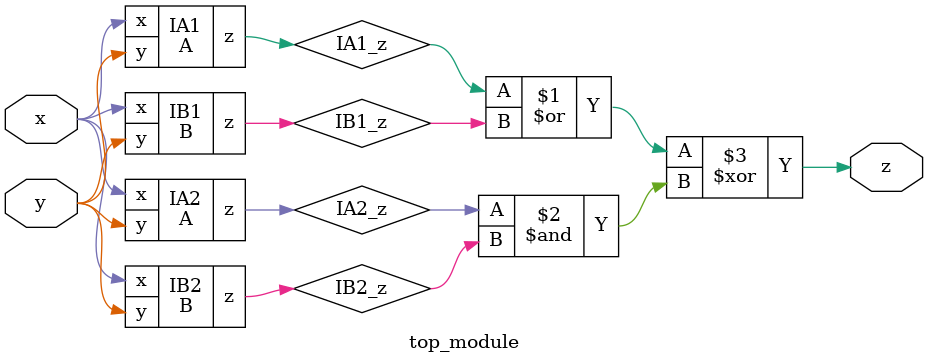
<source format=v>
module A(
  input x,
  input y,
  output z
);
  assign z = (x ^ y) & x;
endmodule

module B(
  input x,
  input y,
  output z
);
  assign z = x ~^ y;
endmodule

module top_module(
  input x,
  input y,
  output z
);
  wire IA1_z;
  A IA1(x, y, IA1_z);

  wire IB1_z;
  B IB1(x, y, IB1_z);

  wire IA2_z;
  A IA2(x, y, IA2_z);

  wire IB2_z;
  B IB2(x, y, IB2_z);

  assign z = (IA1_z | IB1_z) ^ (IA2_z & IB2_z);
endmodule

</source>
